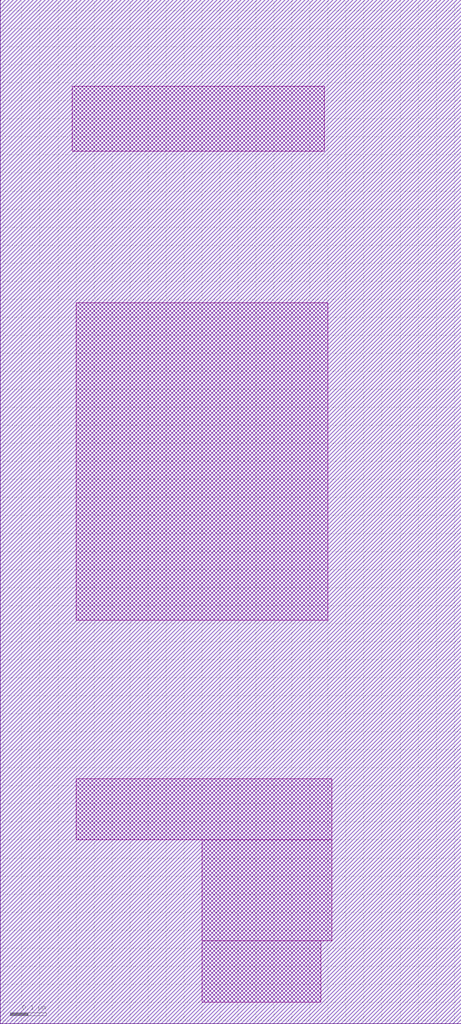
<source format=lef>
VERSION 5.7 ;
  NOWIREEXTENSIONATPIN ON ;
  DIVIDERCHAR "/" ;
  BUSBITCHARS "[]" ;
UNITS
  DATABASE MICRONS 200 ;
END UNITS

LAYER via2
  TYPE CUT ;
END via2

LAYER via
  TYPE CUT ;
END via

LAYER nwell
  TYPE MASTERSLICE ;
END nwell

LAYER via3
  TYPE CUT ;
END via3

LAYER pwell
  TYPE MASTERSLICE ;
END pwell

LAYER via4
  TYPE CUT ;
END via4

LAYER mcon
  TYPE CUT ;
END mcon

LAYER met6
  TYPE ROUTING ;
  WIDTH 0.030000 ;
  SPACING 0.040000 ;
  DIRECTION HORIZONTAL ;
END met6

LAYER met1
  TYPE ROUTING ;
  WIDTH 0.140000 ;
  SPACING 0.140000 ;
  DIRECTION HORIZONTAL ;
END met1

LAYER met3
  TYPE ROUTING ;
  WIDTH 0.300000 ;
  SPACING 0.300000 ;
  DIRECTION HORIZONTAL ;
END met3

LAYER met2
  TYPE ROUTING ;
  WIDTH 0.140000 ;
  SPACING 0.140000 ;
  DIRECTION HORIZONTAL ;
END met2

LAYER met4
  TYPE ROUTING ;
  WIDTH 0.300000 ;
  SPACING 0.300000 ;
  DIRECTION HORIZONTAL ;
END met4

LAYER met5
  TYPE ROUTING ;
  WIDTH 1.600000 ;
  SPACING 1.600000 ;
  DIRECTION HORIZONTAL ;
END met5

LAYER li1
  TYPE ROUTING ;
  WIDTH 0.170000 ;
  SPACING 0.170000 ;
  DIRECTION HORIZONTAL ;
END li1

MACRO sky130_hilas_pfetmirror02
  CLASS BLOCK ;
  FOREIGN sky130_hilas_pfetmirror02 ;
  ORIGIN 0.610 -0.890 ;
  SIZE 1.280 BY 2.840 ;
  OBS
      LAYER nwell ;
        RECT -0.610 0.890 0.670 3.730 ;
      LAYER li1 ;
        RECT -0.410 3.310 0.290 3.490 ;
        RECT -0.400 2.010 0.300 2.890 ;
        RECT -0.400 1.400 0.310 1.570 ;
        RECT -0.050 1.120 0.310 1.400 ;
        RECT -0.050 0.950 0.280 1.120 ;
  END
END sky130_hilas_pfetmirror02
END LIBRARY


</source>
